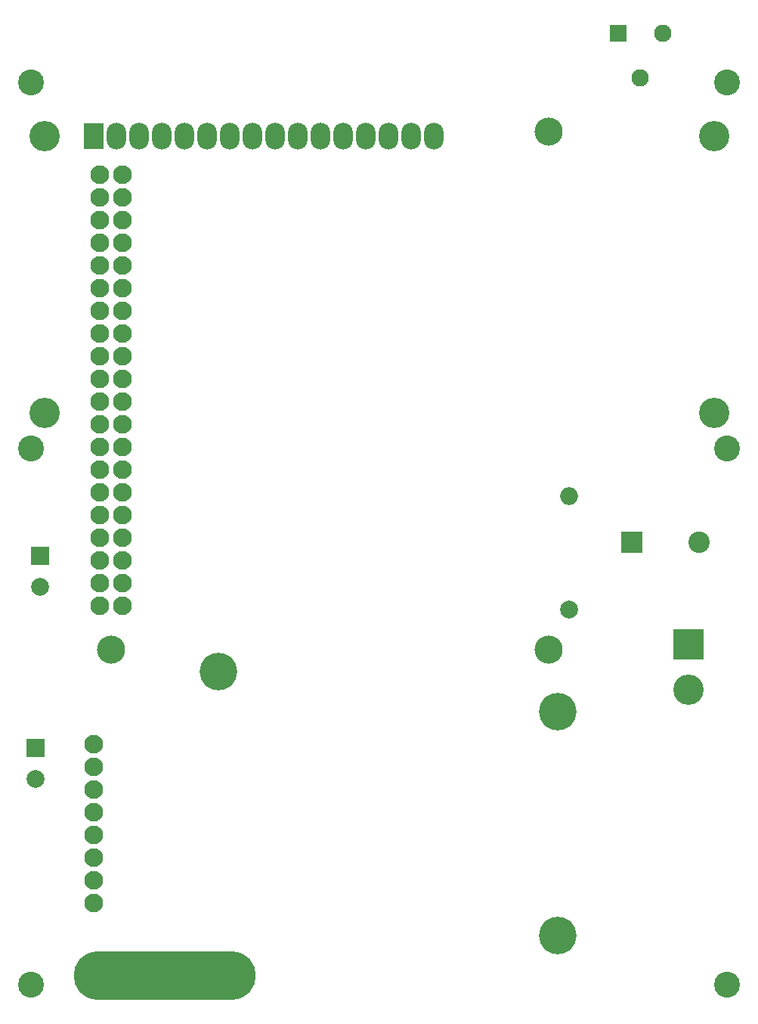
<source format=gbr>
G04 #@! TF.GenerationSoftware,KiCad,Pcbnew,5.1.5-52549c5~84~ubuntu18.04.1*
G04 #@! TF.CreationDate,2020-03-10T09:35:07+09:00*
G04 #@! TF.ProjectId,RFID-RC522_Raspberrypi,52464944-2d52-4433-9532-325f52617370,rev?*
G04 #@! TF.SameCoordinates,Original*
G04 #@! TF.FileFunction,Soldermask,Bot*
G04 #@! TF.FilePolarity,Negative*
%FSLAX46Y46*%
G04 Gerber Fmt 4.6, Leading zero omitted, Abs format (unit mm)*
G04 Created by KiCad (PCBNEW 5.1.5-52549c5~84~ubuntu18.04.1) date 2020-03-10 09:35:07*
%MOMM*%
%LPD*%
G04 APERTURE LIST*
%ADD10C,3.150000*%
%ADD11C,2.100000*%
%ADD12C,4.200000*%
%ADD13O,20.400000X5.400000*%
%ADD14C,2.900000*%
%ADD15R,2.400000X2.400000*%
%ADD16C,2.400000*%
%ADD17R,2.000000X2.000000*%
%ADD18C,2.000000*%
%ADD19R,2.200000X3.000000*%
%ADD20O,2.200000X3.000000*%
%ADD21C,3.400000*%
%ADD22R,3.400000X3.400000*%
%ADD23O,2.000000X2.000000*%
%ADD24C,1.950000*%
%ADD25R,1.950000X1.950000*%
G04 APERTURE END LIST*
D10*
X199000000Y-64500000D03*
X199000000Y-122500000D03*
X150000000Y-122500000D03*
D11*
X148730000Y-69370000D03*
X151270000Y-69370000D03*
X148730000Y-71910000D03*
X151270000Y-71910000D03*
X148730000Y-74450000D03*
X151270000Y-74450000D03*
X148730000Y-76990000D03*
X151270000Y-76990000D03*
X148730000Y-79530000D03*
X151270000Y-79530000D03*
X148730000Y-82070000D03*
X151270000Y-82070000D03*
X148730000Y-84610000D03*
X151270000Y-84610000D03*
X148730000Y-87150000D03*
X151270000Y-87150000D03*
X148730000Y-89690000D03*
X151270000Y-89690000D03*
X148730000Y-92230000D03*
X151270000Y-92230000D03*
X148730000Y-94770000D03*
X151270000Y-94770000D03*
X148730000Y-97310000D03*
X151270000Y-97310000D03*
X148730000Y-99850000D03*
X151270000Y-99850000D03*
X148730000Y-102390000D03*
X151270000Y-102390000D03*
X148730000Y-104930000D03*
X151270000Y-104930000D03*
X148730000Y-107470000D03*
X151270000Y-107470000D03*
X148730000Y-110010000D03*
X151270000Y-110010000D03*
X148730000Y-112550000D03*
X151270000Y-112550000D03*
X148730000Y-115090000D03*
X151270000Y-115090000D03*
X148730000Y-117630000D03*
X151270000Y-117630000D03*
X148000000Y-133110000D03*
X148000000Y-135650000D03*
X148000000Y-138190000D03*
X148000000Y-140730000D03*
X148000000Y-143270000D03*
X148000000Y-145810000D03*
X148000000Y-148350000D03*
X148000000Y-150890000D03*
D12*
X200000000Y-154500000D03*
X200000000Y-129500000D03*
X162000000Y-125000000D03*
X162000000Y-159000000D03*
D13*
X156000000Y-159000000D03*
D14*
X141000000Y-160000000D03*
X219000000Y-160000000D03*
X141000000Y-59000000D03*
X219000000Y-59000000D03*
X141000000Y-100000000D03*
X219000000Y-100000000D03*
D15*
X208280000Y-110490000D03*
D16*
X215880000Y-110490000D03*
D17*
X141500000Y-133500000D03*
D18*
X141500000Y-137000000D03*
D19*
X148000000Y-65000000D03*
D20*
X150540000Y-65000000D03*
X153080000Y-65000000D03*
X155620000Y-65000000D03*
X158160000Y-65000000D03*
X160700000Y-65000000D03*
X163240000Y-65000000D03*
X165780000Y-65000000D03*
X168320000Y-65000000D03*
X170860000Y-65000000D03*
X173400000Y-65000000D03*
X175940000Y-65000000D03*
X178480000Y-65000000D03*
X181020000Y-65000000D03*
X183560000Y-65000000D03*
X186100000Y-65000000D03*
D21*
X142500900Y-65000000D03*
X142500900Y-96000700D03*
X217499480Y-96000700D03*
X217500000Y-65000000D03*
D22*
X214630000Y-121920000D03*
D21*
X214630000Y-127000000D03*
D18*
X201250000Y-118000000D03*
D23*
X201250000Y-105300000D03*
D24*
X211750000Y-53500000D03*
D25*
X206750000Y-53500000D03*
D24*
X209250000Y-58500000D03*
D17*
X142000000Y-112000000D03*
D18*
X142000000Y-115500000D03*
M02*

</source>
